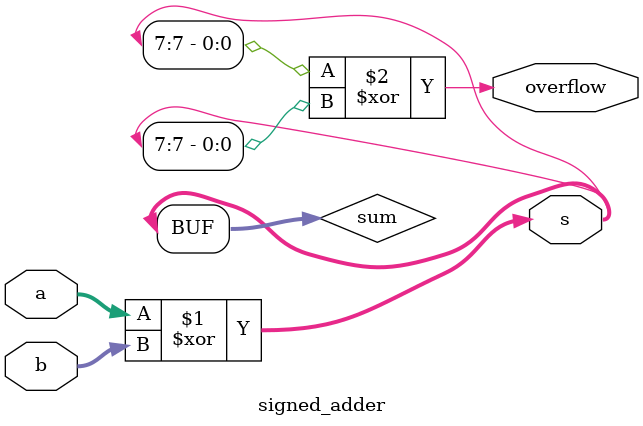
<source format=v>

module signed_adder(input [7:0] a,
    input [7:0] b,
    output [7:0] s,
    output overflow
); 

// The numbers a and b are added to the output s. 
// assign the occurence of the signed overflow of a and b to the output overflow.
// a signed overflow occurs if the most significant bits of a and b are low and the most significant bit of s is high
// a signed overflow may also occur if the most significant bits of a and b are high and the most significant bit of s is low


wire [7:0] sum; 


assign sum = a ^ b; // ^ operator is used to calculate the signed sum

assign overflow = sum[7] ^ s[7]; // ^ operator is used to calculate the overflow

assign s = sum; // the sum is assigned to the output variable s

endmodule

</source>
